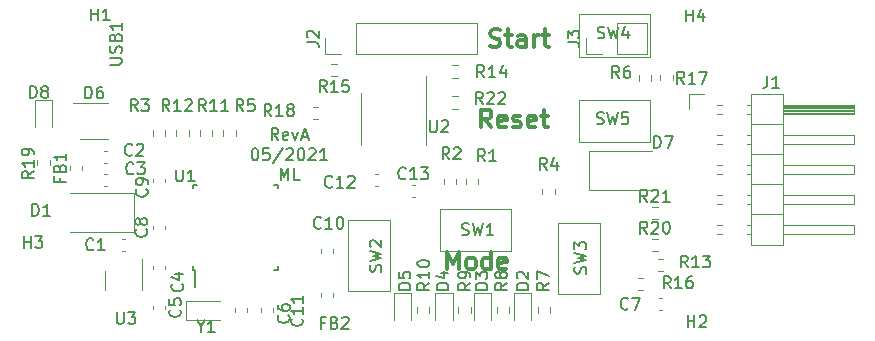
<source format=gbr>
G04 #@! TF.GenerationSoftware,KiCad,Pcbnew,(5.1.6-dirty)*
G04 #@! TF.CreationDate,2021-05-02T11:55:31+02:00*
G04 #@! TF.ProjectId,reva,72657661-2e6b-4696-9361-645f70636258,rev?*
G04 #@! TF.SameCoordinates,Original*
G04 #@! TF.FileFunction,Legend,Top*
G04 #@! TF.FilePolarity,Positive*
%FSLAX46Y46*%
G04 Gerber Fmt 4.6, Leading zero omitted, Abs format (unit mm)*
G04 Created by KiCad (PCBNEW (5.1.6-dirty)) date 2021-05-02 11:55:31*
%MOMM*%
%LPD*%
G01*
G04 APERTURE LIST*
%ADD10C,0.300000*%
%ADD11C,0.200000*%
%ADD12C,0.120000*%
%ADD13C,0.150000*%
G04 APERTURE END LIST*
D10*
X159400000Y-98553571D02*
X159400000Y-97053571D01*
X159900000Y-98125000D01*
X160400000Y-97053571D01*
X160400000Y-98553571D01*
X161328571Y-98553571D02*
X161185714Y-98482142D01*
X161114285Y-98410714D01*
X161042857Y-98267857D01*
X161042857Y-97839285D01*
X161114285Y-97696428D01*
X161185714Y-97625000D01*
X161328571Y-97553571D01*
X161542857Y-97553571D01*
X161685714Y-97625000D01*
X161757142Y-97696428D01*
X161828571Y-97839285D01*
X161828571Y-98267857D01*
X161757142Y-98410714D01*
X161685714Y-98482142D01*
X161542857Y-98553571D01*
X161328571Y-98553571D01*
X163114285Y-98553571D02*
X163114285Y-97053571D01*
X163114285Y-98482142D02*
X162971428Y-98553571D01*
X162685714Y-98553571D01*
X162542857Y-98482142D01*
X162471428Y-98410714D01*
X162400000Y-98267857D01*
X162400000Y-97839285D01*
X162471428Y-97696428D01*
X162542857Y-97625000D01*
X162685714Y-97553571D01*
X162971428Y-97553571D01*
X163114285Y-97625000D01*
X164400000Y-98482142D02*
X164257142Y-98553571D01*
X163971428Y-98553571D01*
X163828571Y-98482142D01*
X163757142Y-98339285D01*
X163757142Y-97767857D01*
X163828571Y-97625000D01*
X163971428Y-97553571D01*
X164257142Y-97553571D01*
X164400000Y-97625000D01*
X164471428Y-97767857D01*
X164471428Y-97910714D01*
X163757142Y-98053571D01*
X163167857Y-86528571D02*
X162667857Y-85814285D01*
X162310714Y-86528571D02*
X162310714Y-85028571D01*
X162882142Y-85028571D01*
X163025000Y-85100000D01*
X163096428Y-85171428D01*
X163167857Y-85314285D01*
X163167857Y-85528571D01*
X163096428Y-85671428D01*
X163025000Y-85742857D01*
X162882142Y-85814285D01*
X162310714Y-85814285D01*
X164382142Y-86457142D02*
X164239285Y-86528571D01*
X163953571Y-86528571D01*
X163810714Y-86457142D01*
X163739285Y-86314285D01*
X163739285Y-85742857D01*
X163810714Y-85600000D01*
X163953571Y-85528571D01*
X164239285Y-85528571D01*
X164382142Y-85600000D01*
X164453571Y-85742857D01*
X164453571Y-85885714D01*
X163739285Y-86028571D01*
X165025000Y-86457142D02*
X165167857Y-86528571D01*
X165453571Y-86528571D01*
X165596428Y-86457142D01*
X165667857Y-86314285D01*
X165667857Y-86242857D01*
X165596428Y-86100000D01*
X165453571Y-86028571D01*
X165239285Y-86028571D01*
X165096428Y-85957142D01*
X165025000Y-85814285D01*
X165025000Y-85742857D01*
X165096428Y-85600000D01*
X165239285Y-85528571D01*
X165453571Y-85528571D01*
X165596428Y-85600000D01*
X166882142Y-86457142D02*
X166739285Y-86528571D01*
X166453571Y-86528571D01*
X166310714Y-86457142D01*
X166239285Y-86314285D01*
X166239285Y-85742857D01*
X166310714Y-85600000D01*
X166453571Y-85528571D01*
X166739285Y-85528571D01*
X166882142Y-85600000D01*
X166953571Y-85742857D01*
X166953571Y-85885714D01*
X166239285Y-86028571D01*
X167382142Y-85528571D02*
X167953571Y-85528571D01*
X167596428Y-85028571D02*
X167596428Y-86314285D01*
X167667857Y-86457142D01*
X167810714Y-86528571D01*
X167953571Y-86528571D01*
X163061428Y-79657142D02*
X163275714Y-79728571D01*
X163632857Y-79728571D01*
X163775714Y-79657142D01*
X163847142Y-79585714D01*
X163918571Y-79442857D01*
X163918571Y-79300000D01*
X163847142Y-79157142D01*
X163775714Y-79085714D01*
X163632857Y-79014285D01*
X163347142Y-78942857D01*
X163204285Y-78871428D01*
X163132857Y-78800000D01*
X163061428Y-78657142D01*
X163061428Y-78514285D01*
X163132857Y-78371428D01*
X163204285Y-78300000D01*
X163347142Y-78228571D01*
X163704285Y-78228571D01*
X163918571Y-78300000D01*
X164347142Y-78728571D02*
X164918571Y-78728571D01*
X164561428Y-78228571D02*
X164561428Y-79514285D01*
X164632857Y-79657142D01*
X164775714Y-79728571D01*
X164918571Y-79728571D01*
X166061428Y-79728571D02*
X166061428Y-78942857D01*
X165990000Y-78800000D01*
X165847142Y-78728571D01*
X165561428Y-78728571D01*
X165418571Y-78800000D01*
X166061428Y-79657142D02*
X165918571Y-79728571D01*
X165561428Y-79728571D01*
X165418571Y-79657142D01*
X165347142Y-79514285D01*
X165347142Y-79371428D01*
X165418571Y-79228571D01*
X165561428Y-79157142D01*
X165918571Y-79157142D01*
X166061428Y-79085714D01*
X166775714Y-79728571D02*
X166775714Y-78728571D01*
X166775714Y-79014285D02*
X166847142Y-78871428D01*
X166918571Y-78800000D01*
X167061428Y-78728571D01*
X167204285Y-78728571D01*
X167490000Y-78728571D02*
X168061428Y-78728571D01*
X167704285Y-78228571D02*
X167704285Y-79514285D01*
X167775714Y-79657142D01*
X167918571Y-79728571D01*
X168061428Y-79728571D01*
D11*
X145121428Y-87602380D02*
X144788095Y-87126190D01*
X144550000Y-87602380D02*
X144550000Y-86602380D01*
X144930952Y-86602380D01*
X145026190Y-86650000D01*
X145073809Y-86697619D01*
X145121428Y-86792857D01*
X145121428Y-86935714D01*
X145073809Y-87030952D01*
X145026190Y-87078571D01*
X144930952Y-87126190D01*
X144550000Y-87126190D01*
X145930952Y-87554761D02*
X145835714Y-87602380D01*
X145645238Y-87602380D01*
X145550000Y-87554761D01*
X145502380Y-87459523D01*
X145502380Y-87078571D01*
X145550000Y-86983333D01*
X145645238Y-86935714D01*
X145835714Y-86935714D01*
X145930952Y-86983333D01*
X145978571Y-87078571D01*
X145978571Y-87173809D01*
X145502380Y-87269047D01*
X146311904Y-86935714D02*
X146550000Y-87602380D01*
X146788095Y-86935714D01*
X147121428Y-87316666D02*
X147597619Y-87316666D01*
X147026190Y-87602380D02*
X147359523Y-86602380D01*
X147692857Y-87602380D01*
X143097619Y-88302380D02*
X143192857Y-88302380D01*
X143288095Y-88350000D01*
X143335714Y-88397619D01*
X143383333Y-88492857D01*
X143430952Y-88683333D01*
X143430952Y-88921428D01*
X143383333Y-89111904D01*
X143335714Y-89207142D01*
X143288095Y-89254761D01*
X143192857Y-89302380D01*
X143097619Y-89302380D01*
X143002380Y-89254761D01*
X142954761Y-89207142D01*
X142907142Y-89111904D01*
X142859523Y-88921428D01*
X142859523Y-88683333D01*
X142907142Y-88492857D01*
X142954761Y-88397619D01*
X143002380Y-88350000D01*
X143097619Y-88302380D01*
X144335714Y-88302380D02*
X143859523Y-88302380D01*
X143811904Y-88778571D01*
X143859523Y-88730952D01*
X143954761Y-88683333D01*
X144192857Y-88683333D01*
X144288095Y-88730952D01*
X144335714Y-88778571D01*
X144383333Y-88873809D01*
X144383333Y-89111904D01*
X144335714Y-89207142D01*
X144288095Y-89254761D01*
X144192857Y-89302380D01*
X143954761Y-89302380D01*
X143859523Y-89254761D01*
X143811904Y-89207142D01*
X145526190Y-88254761D02*
X144669047Y-89540476D01*
X145811904Y-88397619D02*
X145859523Y-88350000D01*
X145954761Y-88302380D01*
X146192857Y-88302380D01*
X146288095Y-88350000D01*
X146335714Y-88397619D01*
X146383333Y-88492857D01*
X146383333Y-88588095D01*
X146335714Y-88730952D01*
X145764285Y-89302380D01*
X146383333Y-89302380D01*
X147002380Y-88302380D02*
X147097619Y-88302380D01*
X147192857Y-88350000D01*
X147240476Y-88397619D01*
X147288095Y-88492857D01*
X147335714Y-88683333D01*
X147335714Y-88921428D01*
X147288095Y-89111904D01*
X147240476Y-89207142D01*
X147192857Y-89254761D01*
X147097619Y-89302380D01*
X147002380Y-89302380D01*
X146907142Y-89254761D01*
X146859523Y-89207142D01*
X146811904Y-89111904D01*
X146764285Y-88921428D01*
X146764285Y-88683333D01*
X146811904Y-88492857D01*
X146859523Y-88397619D01*
X146907142Y-88350000D01*
X147002380Y-88302380D01*
X147716666Y-88397619D02*
X147764285Y-88350000D01*
X147859523Y-88302380D01*
X148097619Y-88302380D01*
X148192857Y-88350000D01*
X148240476Y-88397619D01*
X148288095Y-88492857D01*
X148288095Y-88588095D01*
X148240476Y-88730952D01*
X147669047Y-89302380D01*
X148288095Y-89302380D01*
X149240476Y-89302380D02*
X148669047Y-89302380D01*
X148954761Y-89302380D02*
X148954761Y-88302380D01*
X148859523Y-88445238D01*
X148764285Y-88540476D01*
X148669047Y-88588095D01*
X145311904Y-91002380D02*
X145311904Y-90002380D01*
X145645238Y-90716666D01*
X145978571Y-90002380D01*
X145978571Y-91002380D01*
X146930952Y-91002380D02*
X146454761Y-91002380D01*
X146454761Y-90002380D01*
D12*
G04 #@! TO.C,J3*
X176370000Y-80330000D02*
X176370000Y-77670000D01*
X173770000Y-80330000D02*
X176370000Y-80330000D01*
X173770000Y-77670000D02*
X176370000Y-77670000D01*
X173770000Y-80330000D02*
X173770000Y-77670000D01*
X172500000Y-80330000D02*
X171170000Y-80330000D01*
X171170000Y-80330000D02*
X171170000Y-79000000D01*
G04 #@! TO.C,SW1*
X164800000Y-97000000D02*
X158800000Y-97000000D01*
X158800000Y-97000000D02*
X158800000Y-93400000D01*
X158800000Y-93400000D02*
X164800000Y-93400000D01*
X164800000Y-93400000D02*
X164800000Y-97000000D01*
G04 #@! TO.C,R22*
X159837742Y-83902500D02*
X160312258Y-83902500D01*
X159837742Y-84947500D02*
X160312258Y-84947500D01*
G04 #@! TO.C,J2*
X149090000Y-80330000D02*
X149090000Y-79000000D01*
X150420000Y-80330000D02*
X149090000Y-80330000D01*
X151690000Y-80330000D02*
X151690000Y-77670000D01*
X151690000Y-77670000D02*
X161910000Y-77670000D01*
X151690000Y-80330000D02*
X161910000Y-80330000D01*
X161910000Y-80330000D02*
X161910000Y-77670000D01*
G04 #@! TO.C,J1*
X185180000Y-83670000D02*
X185180000Y-96490000D01*
X185180000Y-96490000D02*
X187840000Y-96490000D01*
X187840000Y-96490000D02*
X187840000Y-83670000D01*
X187840000Y-83670000D02*
X185180000Y-83670000D01*
X187840000Y-84620000D02*
X193840000Y-84620000D01*
X193840000Y-84620000D02*
X193840000Y-85380000D01*
X193840000Y-85380000D02*
X187840000Y-85380000D01*
X187840000Y-84680000D02*
X193840000Y-84680000D01*
X187840000Y-84800000D02*
X193840000Y-84800000D01*
X187840000Y-84920000D02*
X193840000Y-84920000D01*
X187840000Y-85040000D02*
X193840000Y-85040000D01*
X187840000Y-85160000D02*
X193840000Y-85160000D01*
X187840000Y-85280000D02*
X193840000Y-85280000D01*
X184782929Y-84620000D02*
X185180000Y-84620000D01*
X184782929Y-85380000D02*
X185180000Y-85380000D01*
X182310000Y-84620000D02*
X182697071Y-84620000D01*
X182310000Y-85380000D02*
X182697071Y-85380000D01*
X185180000Y-86270000D02*
X187840000Y-86270000D01*
X187840000Y-87160000D02*
X193840000Y-87160000D01*
X193840000Y-87160000D02*
X193840000Y-87920000D01*
X193840000Y-87920000D02*
X187840000Y-87920000D01*
X184782929Y-87160000D02*
X185180000Y-87160000D01*
X184782929Y-87920000D02*
X185180000Y-87920000D01*
X182242929Y-87160000D02*
X182697071Y-87160000D01*
X182242929Y-87920000D02*
X182697071Y-87920000D01*
X185180000Y-88810000D02*
X187840000Y-88810000D01*
X187840000Y-89700000D02*
X193840000Y-89700000D01*
X193840000Y-89700000D02*
X193840000Y-90460000D01*
X193840000Y-90460000D02*
X187840000Y-90460000D01*
X184782929Y-89700000D02*
X185180000Y-89700000D01*
X184782929Y-90460000D02*
X185180000Y-90460000D01*
X182242929Y-89700000D02*
X182697071Y-89700000D01*
X182242929Y-90460000D02*
X182697071Y-90460000D01*
X185180000Y-91350000D02*
X187840000Y-91350000D01*
X187840000Y-92240000D02*
X193840000Y-92240000D01*
X193840000Y-92240000D02*
X193840000Y-93000000D01*
X193840000Y-93000000D02*
X187840000Y-93000000D01*
X184782929Y-92240000D02*
X185180000Y-92240000D01*
X184782929Y-93000000D02*
X185180000Y-93000000D01*
X182242929Y-92240000D02*
X182697071Y-92240000D01*
X182242929Y-93000000D02*
X182697071Y-93000000D01*
X185180000Y-93890000D02*
X187840000Y-93890000D01*
X187840000Y-94780000D02*
X193840000Y-94780000D01*
X193840000Y-94780000D02*
X193840000Y-95540000D01*
X193840000Y-95540000D02*
X187840000Y-95540000D01*
X184782929Y-94780000D02*
X185180000Y-94780000D01*
X184782929Y-95540000D02*
X185180000Y-95540000D01*
X182242929Y-94780000D02*
X182697071Y-94780000D01*
X182242929Y-95540000D02*
X182697071Y-95540000D01*
X179930000Y-85000000D02*
X179930000Y-83730000D01*
X179930000Y-83730000D02*
X181200000Y-83730000D01*
G04 #@! TO.C,SW5*
X170600000Y-84200000D02*
X176600000Y-84200000D01*
X176600000Y-84200000D02*
X176600000Y-87800000D01*
X176600000Y-87800000D02*
X170600000Y-87800000D01*
X170600000Y-87800000D02*
X170600000Y-84200000D01*
G04 #@! TO.C,SW4*
X170600000Y-76950000D02*
X176600000Y-76950000D01*
X176600000Y-76950000D02*
X176600000Y-80550000D01*
X176600000Y-80550000D02*
X170600000Y-80550000D01*
X170600000Y-80550000D02*
X170600000Y-76950000D01*
G04 #@! TO.C,SW3*
X168800000Y-100600000D02*
X168800000Y-94600000D01*
X168800000Y-94600000D02*
X172400000Y-94600000D01*
X172400000Y-94600000D02*
X172400000Y-100600000D01*
X172400000Y-100600000D02*
X168800000Y-100600000D01*
G04 #@! TO.C,SW2*
X151000000Y-100400000D02*
X151000000Y-94400000D01*
X151000000Y-94400000D02*
X154600000Y-94400000D01*
X154600000Y-94400000D02*
X154600000Y-100400000D01*
X154600000Y-100400000D02*
X151000000Y-100400000D01*
G04 #@! TO.C,R21*
X176762742Y-93277500D02*
X177237258Y-93277500D01*
X176762742Y-94322500D02*
X177237258Y-94322500D01*
G04 #@! TO.C,R20*
X176762742Y-95977500D02*
X177237258Y-95977500D01*
X176762742Y-97022500D02*
X177237258Y-97022500D01*
G04 #@! TO.C,R19*
X125772500Y-89262742D02*
X125772500Y-89737258D01*
X124727500Y-89262742D02*
X124727500Y-89737258D01*
G04 #@! TO.C,R18*
X148037742Y-84802500D02*
X148512258Y-84802500D01*
X148037742Y-85847500D02*
X148512258Y-85847500D01*
G04 #@! TO.C,R17*
X177477500Y-82537258D02*
X177477500Y-82062742D01*
X178522500Y-82537258D02*
X178522500Y-82062742D01*
G04 #@! TO.C,R16*
X175562742Y-99277500D02*
X176037258Y-99277500D01*
X175562742Y-100322500D02*
X176037258Y-100322500D01*
G04 #@! TO.C,R15*
X150087258Y-82172500D02*
X149612742Y-82172500D01*
X150087258Y-81127500D02*
X149612742Y-81127500D01*
G04 #@! TO.C,R14*
X159862742Y-81277500D02*
X160337258Y-81277500D01*
X159862742Y-82322500D02*
X160337258Y-82322500D01*
G04 #@! TO.C,R13*
X177262742Y-97677500D02*
X177737258Y-97677500D01*
X177262742Y-98722500D02*
X177737258Y-98722500D01*
G04 #@! TO.C,R12*
X136477500Y-87237258D02*
X136477500Y-86762742D01*
X137522500Y-87237258D02*
X137522500Y-86762742D01*
G04 #@! TO.C,R11*
X138477500Y-87237258D02*
X138477500Y-86762742D01*
X139522500Y-87237258D02*
X139522500Y-86762742D01*
G04 #@! TO.C,R10*
X156877500Y-102237258D02*
X156877500Y-101762742D01*
X157922500Y-102237258D02*
X157922500Y-101762742D01*
G04 #@! TO.C,R9*
X160377500Y-102237258D02*
X160377500Y-101762742D01*
X161422500Y-102237258D02*
X161422500Y-101762742D01*
G04 #@! TO.C,R8*
X163627500Y-102237258D02*
X163627500Y-101762742D01*
X164672500Y-102237258D02*
X164672500Y-101762742D01*
G04 #@! TO.C,R7*
X167077500Y-102237258D02*
X167077500Y-101762742D01*
X168122500Y-102237258D02*
X168122500Y-101762742D01*
G04 #@! TO.C,R6*
X175677500Y-82562258D02*
X175677500Y-82087742D01*
X176722500Y-82562258D02*
X176722500Y-82087742D01*
G04 #@! TO.C,R5*
X141522500Y-86762742D02*
X141522500Y-87237258D01*
X140477500Y-86762742D02*
X140477500Y-87237258D01*
G04 #@! TO.C,R4*
X168522500Y-91737742D02*
X168522500Y-92212258D01*
X167477500Y-91737742D02*
X167477500Y-92212258D01*
G04 #@! TO.C,R3*
X135522500Y-86762742D02*
X135522500Y-87237258D01*
X134477500Y-86762742D02*
X134477500Y-87237258D01*
G04 #@! TO.C,R2*
X160172500Y-90862742D02*
X160172500Y-91337258D01*
X159127500Y-90862742D02*
X159127500Y-91337258D01*
G04 #@! TO.C,R1*
X162072500Y-90862742D02*
X162072500Y-91337258D01*
X161027500Y-90862742D02*
X161027500Y-91337258D01*
G04 #@! TO.C,FB2*
X148740000Y-100912779D02*
X148740000Y-100587221D01*
X149760000Y-100912779D02*
X149760000Y-100587221D01*
G04 #@! TO.C,FB1*
X127490000Y-90162779D02*
X127490000Y-89837221D01*
X128510000Y-90162779D02*
X128510000Y-89837221D01*
G04 #@! TO.C,D8*
X125985000Y-86512500D02*
X125985000Y-84227500D01*
X125985000Y-84227500D02*
X124515000Y-84227500D01*
X124515000Y-84227500D02*
X124515000Y-86512500D01*
G04 #@! TO.C,D7*
X171400000Y-88550000D02*
X171400000Y-91850000D01*
X171400000Y-91850000D02*
X176800000Y-91850000D01*
X171400000Y-88550000D02*
X176800000Y-88550000D01*
G04 #@! TO.C,D6*
X128300000Y-87550000D02*
X130700000Y-87550000D01*
X130700000Y-84450000D02*
X127750000Y-84450000D01*
G04 #@! TO.C,D5*
X156385000Y-102800000D02*
X156385000Y-100515000D01*
X156385000Y-100515000D02*
X154915000Y-100515000D01*
X154915000Y-100515000D02*
X154915000Y-102800000D01*
G04 #@! TO.C,D4*
X159885000Y-102800000D02*
X159885000Y-100515000D01*
X159885000Y-100515000D02*
X158415000Y-100515000D01*
X158415000Y-100515000D02*
X158415000Y-102800000D01*
G04 #@! TO.C,D3*
X163135000Y-102800000D02*
X163135000Y-100515000D01*
X163135000Y-100515000D02*
X161665000Y-100515000D01*
X161665000Y-100515000D02*
X161665000Y-102800000D01*
G04 #@! TO.C,D2*
X166535000Y-102800000D02*
X166535000Y-100515000D01*
X166535000Y-100515000D02*
X165065000Y-100515000D01*
X165065000Y-100515000D02*
X165065000Y-102800000D01*
G04 #@! TO.C,D1*
X132900000Y-95400000D02*
X132900000Y-92100000D01*
X132900000Y-92100000D02*
X127500000Y-92100000D01*
X132900000Y-95400000D02*
X127500000Y-95400000D01*
G04 #@! TO.C,C13*
X156409420Y-91390000D02*
X156690580Y-91390000D01*
X156409420Y-92410000D02*
X156690580Y-92410000D01*
G04 #@! TO.C,C12*
X153309420Y-90515000D02*
X153590580Y-90515000D01*
X153309420Y-91535000D02*
X153590580Y-91535000D01*
G04 #@! TO.C,C11*
X144710000Y-101859420D02*
X144710000Y-102140580D01*
X143690000Y-101859420D02*
X143690000Y-102140580D01*
G04 #@! TO.C,C10*
X148740000Y-97140580D02*
X148740000Y-96859420D01*
X149760000Y-97140580D02*
X149760000Y-96859420D01*
G04 #@! TO.C,C9*
X134490000Y-91140580D02*
X134490000Y-90859420D01*
X135510000Y-91140580D02*
X135510000Y-90859420D01*
G04 #@! TO.C,C8*
X134490000Y-95140580D02*
X134490000Y-94859420D01*
X135510000Y-95140580D02*
X135510000Y-94859420D01*
G04 #@! TO.C,C7*
X177359420Y-100990000D02*
X177640580Y-100990000D01*
X177359420Y-102010000D02*
X177640580Y-102010000D01*
G04 #@! TO.C,C6*
X142510000Y-101859420D02*
X142510000Y-102140580D01*
X141490000Y-101859420D02*
X141490000Y-102140580D01*
G04 #@! TO.C,C5*
X135510000Y-101659420D02*
X135510000Y-101940580D01*
X134490000Y-101659420D02*
X134490000Y-101940580D01*
G04 #@! TO.C,C4*
X134490000Y-98515580D02*
X134490000Y-98234420D01*
X135510000Y-98515580D02*
X135510000Y-98234420D01*
G04 #@! TO.C,C3*
X130359420Y-90490000D02*
X130640580Y-90490000D01*
X130359420Y-91510000D02*
X130640580Y-91510000D01*
G04 #@! TO.C,C2*
X130359420Y-88490000D02*
X130640580Y-88490000D01*
X130359420Y-89510000D02*
X130640580Y-89510000D01*
G04 #@! TO.C,C1*
X131859420Y-95990000D02*
X132140580Y-95990000D01*
X131859420Y-97010000D02*
X132140580Y-97010000D01*
G04 #@! TO.C,Y1*
X137350000Y-102800000D02*
X140200000Y-102800000D01*
X137350000Y-101200000D02*
X137350000Y-102800000D01*
X140200000Y-101200000D02*
X137350000Y-101200000D01*
G04 #@! TO.C,U3*
X133560000Y-99500000D02*
X133560000Y-97700000D01*
X133560000Y-99500000D02*
X133560000Y-100300000D01*
X130440000Y-99500000D02*
X130440000Y-98700000D01*
X130440000Y-99500000D02*
X130440000Y-100300000D01*
G04 #@! TO.C,U2*
X157610000Y-85850000D02*
X157610000Y-82200000D01*
X157610000Y-85850000D02*
X157610000Y-88050000D01*
X152090000Y-85850000D02*
X152090000Y-83650000D01*
X152090000Y-85850000D02*
X152090000Y-88050000D01*
D13*
G04 #@! TO.C,U1*
X138100000Y-98625000D02*
X138100000Y-100050000D01*
X137875000Y-91375000D02*
X137875000Y-91700000D01*
X145125000Y-91375000D02*
X145125000Y-91700000D01*
X145125000Y-98625000D02*
X145125000Y-98300000D01*
X137875000Y-98625000D02*
X137875000Y-98300000D01*
X145125000Y-98625000D02*
X144800000Y-98625000D01*
X145125000Y-91375000D02*
X144800000Y-91375000D01*
X137875000Y-91375000D02*
X138200000Y-91375000D01*
X137875000Y-98625000D02*
X138100000Y-98625000D01*
G04 #@! TO.C,J3*
X169622380Y-79333333D02*
X170336666Y-79333333D01*
X170479523Y-79380952D01*
X170574761Y-79476190D01*
X170622380Y-79619047D01*
X170622380Y-79714285D01*
X169622380Y-78952380D02*
X169622380Y-78333333D01*
X170003333Y-78666666D01*
X170003333Y-78523809D01*
X170050952Y-78428571D01*
X170098571Y-78380952D01*
X170193809Y-78333333D01*
X170431904Y-78333333D01*
X170527142Y-78380952D01*
X170574761Y-78428571D01*
X170622380Y-78523809D01*
X170622380Y-78809523D01*
X170574761Y-78904761D01*
X170527142Y-78952380D01*
G04 #@! TO.C,H4*
X179638095Y-77552380D02*
X179638095Y-76552380D01*
X179638095Y-77028571D02*
X180209523Y-77028571D01*
X180209523Y-77552380D02*
X180209523Y-76552380D01*
X181114285Y-76885714D02*
X181114285Y-77552380D01*
X180876190Y-76504761D02*
X180638095Y-77219047D01*
X181257142Y-77219047D01*
G04 #@! TO.C,H3*
X123588095Y-96727380D02*
X123588095Y-95727380D01*
X123588095Y-96203571D02*
X124159523Y-96203571D01*
X124159523Y-96727380D02*
X124159523Y-95727380D01*
X124540476Y-95727380D02*
X125159523Y-95727380D01*
X124826190Y-96108333D01*
X124969047Y-96108333D01*
X125064285Y-96155952D01*
X125111904Y-96203571D01*
X125159523Y-96298809D01*
X125159523Y-96536904D01*
X125111904Y-96632142D01*
X125064285Y-96679761D01*
X124969047Y-96727380D01*
X124683333Y-96727380D01*
X124588095Y-96679761D01*
X124540476Y-96632142D01*
G04 #@! TO.C,H2*
X179788095Y-103452380D02*
X179788095Y-102452380D01*
X179788095Y-102928571D02*
X180359523Y-102928571D01*
X180359523Y-103452380D02*
X180359523Y-102452380D01*
X180788095Y-102547619D02*
X180835714Y-102500000D01*
X180930952Y-102452380D01*
X181169047Y-102452380D01*
X181264285Y-102500000D01*
X181311904Y-102547619D01*
X181359523Y-102642857D01*
X181359523Y-102738095D01*
X181311904Y-102880952D01*
X180740476Y-103452380D01*
X181359523Y-103452380D01*
G04 #@! TO.C,H1*
X129263095Y-77477380D02*
X129263095Y-76477380D01*
X129263095Y-76953571D02*
X129834523Y-76953571D01*
X129834523Y-77477380D02*
X129834523Y-76477380D01*
X130834523Y-77477380D02*
X130263095Y-77477380D01*
X130548809Y-77477380D02*
X130548809Y-76477380D01*
X130453571Y-76620238D01*
X130358333Y-76715476D01*
X130263095Y-76763095D01*
G04 #@! TO.C,SW1*
X160666666Y-95604761D02*
X160809523Y-95652380D01*
X161047619Y-95652380D01*
X161142857Y-95604761D01*
X161190476Y-95557142D01*
X161238095Y-95461904D01*
X161238095Y-95366666D01*
X161190476Y-95271428D01*
X161142857Y-95223809D01*
X161047619Y-95176190D01*
X160857142Y-95128571D01*
X160761904Y-95080952D01*
X160714285Y-95033333D01*
X160666666Y-94938095D01*
X160666666Y-94842857D01*
X160714285Y-94747619D01*
X160761904Y-94700000D01*
X160857142Y-94652380D01*
X161095238Y-94652380D01*
X161238095Y-94700000D01*
X161571428Y-94652380D02*
X161809523Y-95652380D01*
X162000000Y-94938095D01*
X162190476Y-95652380D01*
X162428571Y-94652380D01*
X163333333Y-95652380D02*
X162761904Y-95652380D01*
X163047619Y-95652380D02*
X163047619Y-94652380D01*
X162952380Y-94795238D01*
X162857142Y-94890476D01*
X162761904Y-94938095D01*
G04 #@! TO.C,R22*
X162432142Y-84552380D02*
X162098809Y-84076190D01*
X161860714Y-84552380D02*
X161860714Y-83552380D01*
X162241666Y-83552380D01*
X162336904Y-83600000D01*
X162384523Y-83647619D01*
X162432142Y-83742857D01*
X162432142Y-83885714D01*
X162384523Y-83980952D01*
X162336904Y-84028571D01*
X162241666Y-84076190D01*
X161860714Y-84076190D01*
X162813095Y-83647619D02*
X162860714Y-83600000D01*
X162955952Y-83552380D01*
X163194047Y-83552380D01*
X163289285Y-83600000D01*
X163336904Y-83647619D01*
X163384523Y-83742857D01*
X163384523Y-83838095D01*
X163336904Y-83980952D01*
X162765476Y-84552380D01*
X163384523Y-84552380D01*
X163765476Y-83647619D02*
X163813095Y-83600000D01*
X163908333Y-83552380D01*
X164146428Y-83552380D01*
X164241666Y-83600000D01*
X164289285Y-83647619D01*
X164336904Y-83742857D01*
X164336904Y-83838095D01*
X164289285Y-83980952D01*
X163717857Y-84552380D01*
X164336904Y-84552380D01*
G04 #@! TO.C,J2*
X147542380Y-79333333D02*
X148256666Y-79333333D01*
X148399523Y-79380952D01*
X148494761Y-79476190D01*
X148542380Y-79619047D01*
X148542380Y-79714285D01*
X147637619Y-78904761D02*
X147590000Y-78857142D01*
X147542380Y-78761904D01*
X147542380Y-78523809D01*
X147590000Y-78428571D01*
X147637619Y-78380952D01*
X147732857Y-78333333D01*
X147828095Y-78333333D01*
X147970952Y-78380952D01*
X148542380Y-78952380D01*
X148542380Y-78333333D01*
G04 #@! TO.C,J1*
X186521666Y-82182380D02*
X186521666Y-82896666D01*
X186474047Y-83039523D01*
X186378809Y-83134761D01*
X186235952Y-83182380D01*
X186140714Y-83182380D01*
X187521666Y-83182380D02*
X186950238Y-83182380D01*
X187235952Y-83182380D02*
X187235952Y-82182380D01*
X187140714Y-82325238D01*
X187045476Y-82420476D01*
X186950238Y-82468095D01*
G04 #@! TO.C,SW5*
X172091666Y-86204761D02*
X172234523Y-86252380D01*
X172472619Y-86252380D01*
X172567857Y-86204761D01*
X172615476Y-86157142D01*
X172663095Y-86061904D01*
X172663095Y-85966666D01*
X172615476Y-85871428D01*
X172567857Y-85823809D01*
X172472619Y-85776190D01*
X172282142Y-85728571D01*
X172186904Y-85680952D01*
X172139285Y-85633333D01*
X172091666Y-85538095D01*
X172091666Y-85442857D01*
X172139285Y-85347619D01*
X172186904Y-85300000D01*
X172282142Y-85252380D01*
X172520238Y-85252380D01*
X172663095Y-85300000D01*
X172996428Y-85252380D02*
X173234523Y-86252380D01*
X173425000Y-85538095D01*
X173615476Y-86252380D01*
X173853571Y-85252380D01*
X174710714Y-85252380D02*
X174234523Y-85252380D01*
X174186904Y-85728571D01*
X174234523Y-85680952D01*
X174329761Y-85633333D01*
X174567857Y-85633333D01*
X174663095Y-85680952D01*
X174710714Y-85728571D01*
X174758333Y-85823809D01*
X174758333Y-86061904D01*
X174710714Y-86157142D01*
X174663095Y-86204761D01*
X174567857Y-86252380D01*
X174329761Y-86252380D01*
X174234523Y-86204761D01*
X174186904Y-86157142D01*
G04 #@! TO.C,SW4*
X172166666Y-78954761D02*
X172309523Y-79002380D01*
X172547619Y-79002380D01*
X172642857Y-78954761D01*
X172690476Y-78907142D01*
X172738095Y-78811904D01*
X172738095Y-78716666D01*
X172690476Y-78621428D01*
X172642857Y-78573809D01*
X172547619Y-78526190D01*
X172357142Y-78478571D01*
X172261904Y-78430952D01*
X172214285Y-78383333D01*
X172166666Y-78288095D01*
X172166666Y-78192857D01*
X172214285Y-78097619D01*
X172261904Y-78050000D01*
X172357142Y-78002380D01*
X172595238Y-78002380D01*
X172738095Y-78050000D01*
X173071428Y-78002380D02*
X173309523Y-79002380D01*
X173500000Y-78288095D01*
X173690476Y-79002380D01*
X173928571Y-78002380D01*
X174738095Y-78335714D02*
X174738095Y-79002380D01*
X174500000Y-77954761D02*
X174261904Y-78669047D01*
X174880952Y-78669047D01*
G04 #@! TO.C,SW3*
X171154761Y-98908333D02*
X171202380Y-98765476D01*
X171202380Y-98527380D01*
X171154761Y-98432142D01*
X171107142Y-98384523D01*
X171011904Y-98336904D01*
X170916666Y-98336904D01*
X170821428Y-98384523D01*
X170773809Y-98432142D01*
X170726190Y-98527380D01*
X170678571Y-98717857D01*
X170630952Y-98813095D01*
X170583333Y-98860714D01*
X170488095Y-98908333D01*
X170392857Y-98908333D01*
X170297619Y-98860714D01*
X170250000Y-98813095D01*
X170202380Y-98717857D01*
X170202380Y-98479761D01*
X170250000Y-98336904D01*
X170202380Y-98003571D02*
X171202380Y-97765476D01*
X170488095Y-97575000D01*
X171202380Y-97384523D01*
X170202380Y-97146428D01*
X170202380Y-96860714D02*
X170202380Y-96241666D01*
X170583333Y-96575000D01*
X170583333Y-96432142D01*
X170630952Y-96336904D01*
X170678571Y-96289285D01*
X170773809Y-96241666D01*
X171011904Y-96241666D01*
X171107142Y-96289285D01*
X171154761Y-96336904D01*
X171202380Y-96432142D01*
X171202380Y-96717857D01*
X171154761Y-96813095D01*
X171107142Y-96860714D01*
G04 #@! TO.C,SW2*
X153804761Y-98733333D02*
X153852380Y-98590476D01*
X153852380Y-98352380D01*
X153804761Y-98257142D01*
X153757142Y-98209523D01*
X153661904Y-98161904D01*
X153566666Y-98161904D01*
X153471428Y-98209523D01*
X153423809Y-98257142D01*
X153376190Y-98352380D01*
X153328571Y-98542857D01*
X153280952Y-98638095D01*
X153233333Y-98685714D01*
X153138095Y-98733333D01*
X153042857Y-98733333D01*
X152947619Y-98685714D01*
X152900000Y-98638095D01*
X152852380Y-98542857D01*
X152852380Y-98304761D01*
X152900000Y-98161904D01*
X152852380Y-97828571D02*
X153852380Y-97590476D01*
X153138095Y-97400000D01*
X153852380Y-97209523D01*
X152852380Y-96971428D01*
X152947619Y-96638095D02*
X152900000Y-96590476D01*
X152852380Y-96495238D01*
X152852380Y-96257142D01*
X152900000Y-96161904D01*
X152947619Y-96114285D01*
X153042857Y-96066666D01*
X153138095Y-96066666D01*
X153280952Y-96114285D01*
X153852380Y-96685714D01*
X153852380Y-96066666D01*
G04 #@! TO.C,R21*
X176357142Y-92822380D02*
X176023809Y-92346190D01*
X175785714Y-92822380D02*
X175785714Y-91822380D01*
X176166666Y-91822380D01*
X176261904Y-91870000D01*
X176309523Y-91917619D01*
X176357142Y-92012857D01*
X176357142Y-92155714D01*
X176309523Y-92250952D01*
X176261904Y-92298571D01*
X176166666Y-92346190D01*
X175785714Y-92346190D01*
X176738095Y-91917619D02*
X176785714Y-91870000D01*
X176880952Y-91822380D01*
X177119047Y-91822380D01*
X177214285Y-91870000D01*
X177261904Y-91917619D01*
X177309523Y-92012857D01*
X177309523Y-92108095D01*
X177261904Y-92250952D01*
X176690476Y-92822380D01*
X177309523Y-92822380D01*
X178261904Y-92822380D02*
X177690476Y-92822380D01*
X177976190Y-92822380D02*
X177976190Y-91822380D01*
X177880952Y-91965238D01*
X177785714Y-92060476D01*
X177690476Y-92108095D01*
G04 #@! TO.C,R20*
X176357142Y-95522380D02*
X176023809Y-95046190D01*
X175785714Y-95522380D02*
X175785714Y-94522380D01*
X176166666Y-94522380D01*
X176261904Y-94570000D01*
X176309523Y-94617619D01*
X176357142Y-94712857D01*
X176357142Y-94855714D01*
X176309523Y-94950952D01*
X176261904Y-94998571D01*
X176166666Y-95046190D01*
X175785714Y-95046190D01*
X176738095Y-94617619D02*
X176785714Y-94570000D01*
X176880952Y-94522380D01*
X177119047Y-94522380D01*
X177214285Y-94570000D01*
X177261904Y-94617619D01*
X177309523Y-94712857D01*
X177309523Y-94808095D01*
X177261904Y-94950952D01*
X176690476Y-95522380D01*
X177309523Y-95522380D01*
X177928571Y-94522380D02*
X178023809Y-94522380D01*
X178119047Y-94570000D01*
X178166666Y-94617619D01*
X178214285Y-94712857D01*
X178261904Y-94903333D01*
X178261904Y-95141428D01*
X178214285Y-95331904D01*
X178166666Y-95427142D01*
X178119047Y-95474761D01*
X178023809Y-95522380D01*
X177928571Y-95522380D01*
X177833333Y-95474761D01*
X177785714Y-95427142D01*
X177738095Y-95331904D01*
X177690476Y-95141428D01*
X177690476Y-94903333D01*
X177738095Y-94712857D01*
X177785714Y-94617619D01*
X177833333Y-94570000D01*
X177928571Y-94522380D01*
G04 #@! TO.C,R19*
X124402380Y-90242857D02*
X123926190Y-90576190D01*
X124402380Y-90814285D02*
X123402380Y-90814285D01*
X123402380Y-90433333D01*
X123450000Y-90338095D01*
X123497619Y-90290476D01*
X123592857Y-90242857D01*
X123735714Y-90242857D01*
X123830952Y-90290476D01*
X123878571Y-90338095D01*
X123926190Y-90433333D01*
X123926190Y-90814285D01*
X124402380Y-89290476D02*
X124402380Y-89861904D01*
X124402380Y-89576190D02*
X123402380Y-89576190D01*
X123545238Y-89671428D01*
X123640476Y-89766666D01*
X123688095Y-89861904D01*
X124402380Y-88814285D02*
X124402380Y-88623809D01*
X124354761Y-88528571D01*
X124307142Y-88480952D01*
X124164285Y-88385714D01*
X123973809Y-88338095D01*
X123592857Y-88338095D01*
X123497619Y-88385714D01*
X123450000Y-88433333D01*
X123402380Y-88528571D01*
X123402380Y-88719047D01*
X123450000Y-88814285D01*
X123497619Y-88861904D01*
X123592857Y-88909523D01*
X123830952Y-88909523D01*
X123926190Y-88861904D01*
X123973809Y-88814285D01*
X124021428Y-88719047D01*
X124021428Y-88528571D01*
X123973809Y-88433333D01*
X123926190Y-88385714D01*
X123830952Y-88338095D01*
G04 #@! TO.C,R18*
X144532142Y-85577380D02*
X144198809Y-85101190D01*
X143960714Y-85577380D02*
X143960714Y-84577380D01*
X144341666Y-84577380D01*
X144436904Y-84625000D01*
X144484523Y-84672619D01*
X144532142Y-84767857D01*
X144532142Y-84910714D01*
X144484523Y-85005952D01*
X144436904Y-85053571D01*
X144341666Y-85101190D01*
X143960714Y-85101190D01*
X145484523Y-85577380D02*
X144913095Y-85577380D01*
X145198809Y-85577380D02*
X145198809Y-84577380D01*
X145103571Y-84720238D01*
X145008333Y-84815476D01*
X144913095Y-84863095D01*
X146055952Y-85005952D02*
X145960714Y-84958333D01*
X145913095Y-84910714D01*
X145865476Y-84815476D01*
X145865476Y-84767857D01*
X145913095Y-84672619D01*
X145960714Y-84625000D01*
X146055952Y-84577380D01*
X146246428Y-84577380D01*
X146341666Y-84625000D01*
X146389285Y-84672619D01*
X146436904Y-84767857D01*
X146436904Y-84815476D01*
X146389285Y-84910714D01*
X146341666Y-84958333D01*
X146246428Y-85005952D01*
X146055952Y-85005952D01*
X145960714Y-85053571D01*
X145913095Y-85101190D01*
X145865476Y-85196428D01*
X145865476Y-85386904D01*
X145913095Y-85482142D01*
X145960714Y-85529761D01*
X146055952Y-85577380D01*
X146246428Y-85577380D01*
X146341666Y-85529761D01*
X146389285Y-85482142D01*
X146436904Y-85386904D01*
X146436904Y-85196428D01*
X146389285Y-85101190D01*
X146341666Y-85053571D01*
X146246428Y-85005952D01*
G04 #@! TO.C,R17*
X179482142Y-82827380D02*
X179148809Y-82351190D01*
X178910714Y-82827380D02*
X178910714Y-81827380D01*
X179291666Y-81827380D01*
X179386904Y-81875000D01*
X179434523Y-81922619D01*
X179482142Y-82017857D01*
X179482142Y-82160714D01*
X179434523Y-82255952D01*
X179386904Y-82303571D01*
X179291666Y-82351190D01*
X178910714Y-82351190D01*
X180434523Y-82827380D02*
X179863095Y-82827380D01*
X180148809Y-82827380D02*
X180148809Y-81827380D01*
X180053571Y-81970238D01*
X179958333Y-82065476D01*
X179863095Y-82113095D01*
X180767857Y-81827380D02*
X181434523Y-81827380D01*
X181005952Y-82827380D01*
G04 #@! TO.C,R16*
X178332142Y-100152380D02*
X177998809Y-99676190D01*
X177760714Y-100152380D02*
X177760714Y-99152380D01*
X178141666Y-99152380D01*
X178236904Y-99200000D01*
X178284523Y-99247619D01*
X178332142Y-99342857D01*
X178332142Y-99485714D01*
X178284523Y-99580952D01*
X178236904Y-99628571D01*
X178141666Y-99676190D01*
X177760714Y-99676190D01*
X179284523Y-100152380D02*
X178713095Y-100152380D01*
X178998809Y-100152380D02*
X178998809Y-99152380D01*
X178903571Y-99295238D01*
X178808333Y-99390476D01*
X178713095Y-99438095D01*
X180141666Y-99152380D02*
X179951190Y-99152380D01*
X179855952Y-99200000D01*
X179808333Y-99247619D01*
X179713095Y-99390476D01*
X179665476Y-99580952D01*
X179665476Y-99961904D01*
X179713095Y-100057142D01*
X179760714Y-100104761D01*
X179855952Y-100152380D01*
X180046428Y-100152380D01*
X180141666Y-100104761D01*
X180189285Y-100057142D01*
X180236904Y-99961904D01*
X180236904Y-99723809D01*
X180189285Y-99628571D01*
X180141666Y-99580952D01*
X180046428Y-99533333D01*
X179855952Y-99533333D01*
X179760714Y-99580952D01*
X179713095Y-99628571D01*
X179665476Y-99723809D01*
G04 #@! TO.C,R15*
X149207142Y-83532380D02*
X148873809Y-83056190D01*
X148635714Y-83532380D02*
X148635714Y-82532380D01*
X149016666Y-82532380D01*
X149111904Y-82580000D01*
X149159523Y-82627619D01*
X149207142Y-82722857D01*
X149207142Y-82865714D01*
X149159523Y-82960952D01*
X149111904Y-83008571D01*
X149016666Y-83056190D01*
X148635714Y-83056190D01*
X150159523Y-83532380D02*
X149588095Y-83532380D01*
X149873809Y-83532380D02*
X149873809Y-82532380D01*
X149778571Y-82675238D01*
X149683333Y-82770476D01*
X149588095Y-82818095D01*
X151064285Y-82532380D02*
X150588095Y-82532380D01*
X150540476Y-83008571D01*
X150588095Y-82960952D01*
X150683333Y-82913333D01*
X150921428Y-82913333D01*
X151016666Y-82960952D01*
X151064285Y-83008571D01*
X151111904Y-83103809D01*
X151111904Y-83341904D01*
X151064285Y-83437142D01*
X151016666Y-83484761D01*
X150921428Y-83532380D01*
X150683333Y-83532380D01*
X150588095Y-83484761D01*
X150540476Y-83437142D01*
G04 #@! TO.C,R14*
X162557142Y-82277380D02*
X162223809Y-81801190D01*
X161985714Y-82277380D02*
X161985714Y-81277380D01*
X162366666Y-81277380D01*
X162461904Y-81325000D01*
X162509523Y-81372619D01*
X162557142Y-81467857D01*
X162557142Y-81610714D01*
X162509523Y-81705952D01*
X162461904Y-81753571D01*
X162366666Y-81801190D01*
X161985714Y-81801190D01*
X163509523Y-82277380D02*
X162938095Y-82277380D01*
X163223809Y-82277380D02*
X163223809Y-81277380D01*
X163128571Y-81420238D01*
X163033333Y-81515476D01*
X162938095Y-81563095D01*
X164366666Y-81610714D02*
X164366666Y-82277380D01*
X164128571Y-81229761D02*
X163890476Y-81944047D01*
X164509523Y-81944047D01*
G04 #@! TO.C,R13*
X179782142Y-98377380D02*
X179448809Y-97901190D01*
X179210714Y-98377380D02*
X179210714Y-97377380D01*
X179591666Y-97377380D01*
X179686904Y-97425000D01*
X179734523Y-97472619D01*
X179782142Y-97567857D01*
X179782142Y-97710714D01*
X179734523Y-97805952D01*
X179686904Y-97853571D01*
X179591666Y-97901190D01*
X179210714Y-97901190D01*
X180734523Y-98377380D02*
X180163095Y-98377380D01*
X180448809Y-98377380D02*
X180448809Y-97377380D01*
X180353571Y-97520238D01*
X180258333Y-97615476D01*
X180163095Y-97663095D01*
X181067857Y-97377380D02*
X181686904Y-97377380D01*
X181353571Y-97758333D01*
X181496428Y-97758333D01*
X181591666Y-97805952D01*
X181639285Y-97853571D01*
X181686904Y-97948809D01*
X181686904Y-98186904D01*
X181639285Y-98282142D01*
X181591666Y-98329761D01*
X181496428Y-98377380D01*
X181210714Y-98377380D01*
X181115476Y-98329761D01*
X181067857Y-98282142D01*
G04 #@! TO.C,R12*
X135907142Y-85152380D02*
X135573809Y-84676190D01*
X135335714Y-85152380D02*
X135335714Y-84152380D01*
X135716666Y-84152380D01*
X135811904Y-84200000D01*
X135859523Y-84247619D01*
X135907142Y-84342857D01*
X135907142Y-84485714D01*
X135859523Y-84580952D01*
X135811904Y-84628571D01*
X135716666Y-84676190D01*
X135335714Y-84676190D01*
X136859523Y-85152380D02*
X136288095Y-85152380D01*
X136573809Y-85152380D02*
X136573809Y-84152380D01*
X136478571Y-84295238D01*
X136383333Y-84390476D01*
X136288095Y-84438095D01*
X137240476Y-84247619D02*
X137288095Y-84200000D01*
X137383333Y-84152380D01*
X137621428Y-84152380D01*
X137716666Y-84200000D01*
X137764285Y-84247619D01*
X137811904Y-84342857D01*
X137811904Y-84438095D01*
X137764285Y-84580952D01*
X137192857Y-85152380D01*
X137811904Y-85152380D01*
G04 #@! TO.C,R11*
X138982142Y-85152380D02*
X138648809Y-84676190D01*
X138410714Y-85152380D02*
X138410714Y-84152380D01*
X138791666Y-84152380D01*
X138886904Y-84200000D01*
X138934523Y-84247619D01*
X138982142Y-84342857D01*
X138982142Y-84485714D01*
X138934523Y-84580952D01*
X138886904Y-84628571D01*
X138791666Y-84676190D01*
X138410714Y-84676190D01*
X139934523Y-85152380D02*
X139363095Y-85152380D01*
X139648809Y-85152380D02*
X139648809Y-84152380D01*
X139553571Y-84295238D01*
X139458333Y-84390476D01*
X139363095Y-84438095D01*
X140886904Y-85152380D02*
X140315476Y-85152380D01*
X140601190Y-85152380D02*
X140601190Y-84152380D01*
X140505952Y-84295238D01*
X140410714Y-84390476D01*
X140315476Y-84438095D01*
G04 #@! TO.C,R10*
X157902380Y-99691666D02*
X157426190Y-100024999D01*
X157902380Y-100263094D02*
X156902380Y-100263094D01*
X156902380Y-99882142D01*
X156950000Y-99786904D01*
X156997619Y-99739285D01*
X157092857Y-99691666D01*
X157235714Y-99691666D01*
X157330952Y-99739285D01*
X157378571Y-99786904D01*
X157426190Y-99882142D01*
X157426190Y-100263094D01*
X157902380Y-98739285D02*
X157902380Y-99310713D01*
X157902380Y-99024999D02*
X156902380Y-99024999D01*
X157045238Y-99120237D01*
X157140476Y-99215475D01*
X157188095Y-99310713D01*
X156902380Y-98120237D02*
X156902380Y-98024999D01*
X156950000Y-97929761D01*
X156997619Y-97882142D01*
X157092857Y-97834523D01*
X157283333Y-97786904D01*
X157521428Y-97786904D01*
X157711904Y-97834523D01*
X157807142Y-97882142D01*
X157854761Y-97929761D01*
X157902380Y-98024999D01*
X157902380Y-98120237D01*
X157854761Y-98215475D01*
X157807142Y-98263094D01*
X157711904Y-98310713D01*
X157521428Y-98358332D01*
X157283333Y-98358332D01*
X157092857Y-98310713D01*
X156997619Y-98263094D01*
X156950000Y-98215475D01*
X156902380Y-98120237D01*
G04 #@! TO.C,R9*
X161377380Y-99691666D02*
X160901190Y-100025000D01*
X161377380Y-100263095D02*
X160377380Y-100263095D01*
X160377380Y-99882142D01*
X160425000Y-99786904D01*
X160472619Y-99739285D01*
X160567857Y-99691666D01*
X160710714Y-99691666D01*
X160805952Y-99739285D01*
X160853571Y-99786904D01*
X160901190Y-99882142D01*
X160901190Y-100263095D01*
X161377380Y-99215476D02*
X161377380Y-99025000D01*
X161329761Y-98929761D01*
X161282142Y-98882142D01*
X161139285Y-98786904D01*
X160948809Y-98739285D01*
X160567857Y-98739285D01*
X160472619Y-98786904D01*
X160425000Y-98834523D01*
X160377380Y-98929761D01*
X160377380Y-99120238D01*
X160425000Y-99215476D01*
X160472619Y-99263095D01*
X160567857Y-99310714D01*
X160805952Y-99310714D01*
X160901190Y-99263095D01*
X160948809Y-99215476D01*
X160996428Y-99120238D01*
X160996428Y-98929761D01*
X160948809Y-98834523D01*
X160901190Y-98786904D01*
X160805952Y-98739285D01*
G04 #@! TO.C,R8*
X164477380Y-99691666D02*
X164001190Y-100025000D01*
X164477380Y-100263095D02*
X163477380Y-100263095D01*
X163477380Y-99882142D01*
X163525000Y-99786904D01*
X163572619Y-99739285D01*
X163667857Y-99691666D01*
X163810714Y-99691666D01*
X163905952Y-99739285D01*
X163953571Y-99786904D01*
X164001190Y-99882142D01*
X164001190Y-100263095D01*
X163905952Y-99120238D02*
X163858333Y-99215476D01*
X163810714Y-99263095D01*
X163715476Y-99310714D01*
X163667857Y-99310714D01*
X163572619Y-99263095D01*
X163525000Y-99215476D01*
X163477380Y-99120238D01*
X163477380Y-98929761D01*
X163525000Y-98834523D01*
X163572619Y-98786904D01*
X163667857Y-98739285D01*
X163715476Y-98739285D01*
X163810714Y-98786904D01*
X163858333Y-98834523D01*
X163905952Y-98929761D01*
X163905952Y-99120238D01*
X163953571Y-99215476D01*
X164001190Y-99263095D01*
X164096428Y-99310714D01*
X164286904Y-99310714D01*
X164382142Y-99263095D01*
X164429761Y-99215476D01*
X164477380Y-99120238D01*
X164477380Y-98929761D01*
X164429761Y-98834523D01*
X164382142Y-98786904D01*
X164286904Y-98739285D01*
X164096428Y-98739285D01*
X164001190Y-98786904D01*
X163953571Y-98834523D01*
X163905952Y-98929761D01*
G04 #@! TO.C,R7*
X168002380Y-99691666D02*
X167526190Y-100025000D01*
X168002380Y-100263095D02*
X167002380Y-100263095D01*
X167002380Y-99882142D01*
X167050000Y-99786904D01*
X167097619Y-99739285D01*
X167192857Y-99691666D01*
X167335714Y-99691666D01*
X167430952Y-99739285D01*
X167478571Y-99786904D01*
X167526190Y-99882142D01*
X167526190Y-100263095D01*
X167002380Y-99358333D02*
X167002380Y-98691666D01*
X168002380Y-99120238D01*
G04 #@! TO.C,R6*
X173983333Y-82352380D02*
X173650000Y-81876190D01*
X173411904Y-82352380D02*
X173411904Y-81352380D01*
X173792857Y-81352380D01*
X173888095Y-81400000D01*
X173935714Y-81447619D01*
X173983333Y-81542857D01*
X173983333Y-81685714D01*
X173935714Y-81780952D01*
X173888095Y-81828571D01*
X173792857Y-81876190D01*
X173411904Y-81876190D01*
X174840476Y-81352380D02*
X174650000Y-81352380D01*
X174554761Y-81400000D01*
X174507142Y-81447619D01*
X174411904Y-81590476D01*
X174364285Y-81780952D01*
X174364285Y-82161904D01*
X174411904Y-82257142D01*
X174459523Y-82304761D01*
X174554761Y-82352380D01*
X174745238Y-82352380D01*
X174840476Y-82304761D01*
X174888095Y-82257142D01*
X174935714Y-82161904D01*
X174935714Y-81923809D01*
X174888095Y-81828571D01*
X174840476Y-81780952D01*
X174745238Y-81733333D01*
X174554761Y-81733333D01*
X174459523Y-81780952D01*
X174411904Y-81828571D01*
X174364285Y-81923809D01*
G04 #@! TO.C,R5*
X142158333Y-85152380D02*
X141825000Y-84676190D01*
X141586904Y-85152380D02*
X141586904Y-84152380D01*
X141967857Y-84152380D01*
X142063095Y-84200000D01*
X142110714Y-84247619D01*
X142158333Y-84342857D01*
X142158333Y-84485714D01*
X142110714Y-84580952D01*
X142063095Y-84628571D01*
X141967857Y-84676190D01*
X141586904Y-84676190D01*
X143063095Y-84152380D02*
X142586904Y-84152380D01*
X142539285Y-84628571D01*
X142586904Y-84580952D01*
X142682142Y-84533333D01*
X142920238Y-84533333D01*
X143015476Y-84580952D01*
X143063095Y-84628571D01*
X143110714Y-84723809D01*
X143110714Y-84961904D01*
X143063095Y-85057142D01*
X143015476Y-85104761D01*
X142920238Y-85152380D01*
X142682142Y-85152380D01*
X142586904Y-85104761D01*
X142539285Y-85057142D01*
G04 #@! TO.C,R4*
X167858333Y-90102380D02*
X167525000Y-89626190D01*
X167286904Y-90102380D02*
X167286904Y-89102380D01*
X167667857Y-89102380D01*
X167763095Y-89150000D01*
X167810714Y-89197619D01*
X167858333Y-89292857D01*
X167858333Y-89435714D01*
X167810714Y-89530952D01*
X167763095Y-89578571D01*
X167667857Y-89626190D01*
X167286904Y-89626190D01*
X168715476Y-89435714D02*
X168715476Y-90102380D01*
X168477380Y-89054761D02*
X168239285Y-89769047D01*
X168858333Y-89769047D01*
G04 #@! TO.C,R3*
X133208333Y-85152380D02*
X132875000Y-84676190D01*
X132636904Y-85152380D02*
X132636904Y-84152380D01*
X133017857Y-84152380D01*
X133113095Y-84200000D01*
X133160714Y-84247619D01*
X133208333Y-84342857D01*
X133208333Y-84485714D01*
X133160714Y-84580952D01*
X133113095Y-84628571D01*
X133017857Y-84676190D01*
X132636904Y-84676190D01*
X133541666Y-84152380D02*
X134160714Y-84152380D01*
X133827380Y-84533333D01*
X133970238Y-84533333D01*
X134065476Y-84580952D01*
X134113095Y-84628571D01*
X134160714Y-84723809D01*
X134160714Y-84961904D01*
X134113095Y-85057142D01*
X134065476Y-85104761D01*
X133970238Y-85152380D01*
X133684523Y-85152380D01*
X133589285Y-85104761D01*
X133541666Y-85057142D01*
G04 #@! TO.C,R2*
X159608333Y-89227380D02*
X159275000Y-88751190D01*
X159036904Y-89227380D02*
X159036904Y-88227380D01*
X159417857Y-88227380D01*
X159513095Y-88275000D01*
X159560714Y-88322619D01*
X159608333Y-88417857D01*
X159608333Y-88560714D01*
X159560714Y-88655952D01*
X159513095Y-88703571D01*
X159417857Y-88751190D01*
X159036904Y-88751190D01*
X159989285Y-88322619D02*
X160036904Y-88275000D01*
X160132142Y-88227380D01*
X160370238Y-88227380D01*
X160465476Y-88275000D01*
X160513095Y-88322619D01*
X160560714Y-88417857D01*
X160560714Y-88513095D01*
X160513095Y-88655952D01*
X159941666Y-89227380D01*
X160560714Y-89227380D01*
G04 #@! TO.C,R1*
X162608333Y-89402380D02*
X162275000Y-88926190D01*
X162036904Y-89402380D02*
X162036904Y-88402380D01*
X162417857Y-88402380D01*
X162513095Y-88450000D01*
X162560714Y-88497619D01*
X162608333Y-88592857D01*
X162608333Y-88735714D01*
X162560714Y-88830952D01*
X162513095Y-88878571D01*
X162417857Y-88926190D01*
X162036904Y-88926190D01*
X163560714Y-89402380D02*
X162989285Y-89402380D01*
X163275000Y-89402380D02*
X163275000Y-88402380D01*
X163179761Y-88545238D01*
X163084523Y-88640476D01*
X162989285Y-88688095D01*
G04 #@! TO.C,FB2*
X149041666Y-103053571D02*
X148708333Y-103053571D01*
X148708333Y-103577380D02*
X148708333Y-102577380D01*
X149184523Y-102577380D01*
X149898809Y-103053571D02*
X150041666Y-103101190D01*
X150089285Y-103148809D01*
X150136904Y-103244047D01*
X150136904Y-103386904D01*
X150089285Y-103482142D01*
X150041666Y-103529761D01*
X149946428Y-103577380D01*
X149565476Y-103577380D01*
X149565476Y-102577380D01*
X149898809Y-102577380D01*
X149994047Y-102625000D01*
X150041666Y-102672619D01*
X150089285Y-102767857D01*
X150089285Y-102863095D01*
X150041666Y-102958333D01*
X149994047Y-103005952D01*
X149898809Y-103053571D01*
X149565476Y-103053571D01*
X150517857Y-102672619D02*
X150565476Y-102625000D01*
X150660714Y-102577380D01*
X150898809Y-102577380D01*
X150994047Y-102625000D01*
X151041666Y-102672619D01*
X151089285Y-102767857D01*
X151089285Y-102863095D01*
X151041666Y-103005952D01*
X150470238Y-103577380D01*
X151089285Y-103577380D01*
G04 #@! TO.C,FB1*
X126603571Y-90808333D02*
X126603571Y-91141666D01*
X127127380Y-91141666D02*
X126127380Y-91141666D01*
X126127380Y-90665476D01*
X126603571Y-89951190D02*
X126651190Y-89808333D01*
X126698809Y-89760714D01*
X126794047Y-89713095D01*
X126936904Y-89713095D01*
X127032142Y-89760714D01*
X127079761Y-89808333D01*
X127127380Y-89903571D01*
X127127380Y-90284523D01*
X126127380Y-90284523D01*
X126127380Y-89951190D01*
X126175000Y-89855952D01*
X126222619Y-89808333D01*
X126317857Y-89760714D01*
X126413095Y-89760714D01*
X126508333Y-89808333D01*
X126555952Y-89855952D01*
X126603571Y-89951190D01*
X126603571Y-90284523D01*
X127127380Y-88760714D02*
X127127380Y-89332142D01*
X127127380Y-89046428D02*
X126127380Y-89046428D01*
X126270238Y-89141666D01*
X126365476Y-89236904D01*
X126413095Y-89332142D01*
G04 #@! TO.C,D8*
X124111904Y-84027380D02*
X124111904Y-83027380D01*
X124350000Y-83027380D01*
X124492857Y-83075000D01*
X124588095Y-83170238D01*
X124635714Y-83265476D01*
X124683333Y-83455952D01*
X124683333Y-83598809D01*
X124635714Y-83789285D01*
X124588095Y-83884523D01*
X124492857Y-83979761D01*
X124350000Y-84027380D01*
X124111904Y-84027380D01*
X125254761Y-83455952D02*
X125159523Y-83408333D01*
X125111904Y-83360714D01*
X125064285Y-83265476D01*
X125064285Y-83217857D01*
X125111904Y-83122619D01*
X125159523Y-83075000D01*
X125254761Y-83027380D01*
X125445238Y-83027380D01*
X125540476Y-83075000D01*
X125588095Y-83122619D01*
X125635714Y-83217857D01*
X125635714Y-83265476D01*
X125588095Y-83360714D01*
X125540476Y-83408333D01*
X125445238Y-83455952D01*
X125254761Y-83455952D01*
X125159523Y-83503571D01*
X125111904Y-83551190D01*
X125064285Y-83646428D01*
X125064285Y-83836904D01*
X125111904Y-83932142D01*
X125159523Y-83979761D01*
X125254761Y-84027380D01*
X125445238Y-84027380D01*
X125540476Y-83979761D01*
X125588095Y-83932142D01*
X125635714Y-83836904D01*
X125635714Y-83646428D01*
X125588095Y-83551190D01*
X125540476Y-83503571D01*
X125445238Y-83455952D01*
G04 #@! TO.C,D7*
X176936904Y-88277380D02*
X176936904Y-87277380D01*
X177175000Y-87277380D01*
X177317857Y-87325000D01*
X177413095Y-87420238D01*
X177460714Y-87515476D01*
X177508333Y-87705952D01*
X177508333Y-87848809D01*
X177460714Y-88039285D01*
X177413095Y-88134523D01*
X177317857Y-88229761D01*
X177175000Y-88277380D01*
X176936904Y-88277380D01*
X177841666Y-87277380D02*
X178508333Y-87277380D01*
X178079761Y-88277380D01*
G04 #@! TO.C,D6*
X128781904Y-84072380D02*
X128781904Y-83072380D01*
X129020000Y-83072380D01*
X129162857Y-83120000D01*
X129258095Y-83215238D01*
X129305714Y-83310476D01*
X129353333Y-83500952D01*
X129353333Y-83643809D01*
X129305714Y-83834285D01*
X129258095Y-83929523D01*
X129162857Y-84024761D01*
X129020000Y-84072380D01*
X128781904Y-84072380D01*
X130210476Y-83072380D02*
X130020000Y-83072380D01*
X129924761Y-83120000D01*
X129877142Y-83167619D01*
X129781904Y-83310476D01*
X129734285Y-83500952D01*
X129734285Y-83881904D01*
X129781904Y-83977142D01*
X129829523Y-84024761D01*
X129924761Y-84072380D01*
X130115238Y-84072380D01*
X130210476Y-84024761D01*
X130258095Y-83977142D01*
X130305714Y-83881904D01*
X130305714Y-83643809D01*
X130258095Y-83548571D01*
X130210476Y-83500952D01*
X130115238Y-83453333D01*
X129924761Y-83453333D01*
X129829523Y-83500952D01*
X129781904Y-83548571D01*
X129734285Y-83643809D01*
G04 #@! TO.C,D5*
X156302380Y-100263095D02*
X155302380Y-100263095D01*
X155302380Y-100025000D01*
X155350000Y-99882142D01*
X155445238Y-99786904D01*
X155540476Y-99739285D01*
X155730952Y-99691666D01*
X155873809Y-99691666D01*
X156064285Y-99739285D01*
X156159523Y-99786904D01*
X156254761Y-99882142D01*
X156302380Y-100025000D01*
X156302380Y-100263095D01*
X155302380Y-98786904D02*
X155302380Y-99263095D01*
X155778571Y-99310714D01*
X155730952Y-99263095D01*
X155683333Y-99167857D01*
X155683333Y-98929761D01*
X155730952Y-98834523D01*
X155778571Y-98786904D01*
X155873809Y-98739285D01*
X156111904Y-98739285D01*
X156207142Y-98786904D01*
X156254761Y-98834523D01*
X156302380Y-98929761D01*
X156302380Y-99167857D01*
X156254761Y-99263095D01*
X156207142Y-99310714D01*
G04 #@! TO.C,D4*
X159527380Y-100263095D02*
X158527380Y-100263095D01*
X158527380Y-100025000D01*
X158575000Y-99882142D01*
X158670238Y-99786904D01*
X158765476Y-99739285D01*
X158955952Y-99691666D01*
X159098809Y-99691666D01*
X159289285Y-99739285D01*
X159384523Y-99786904D01*
X159479761Y-99882142D01*
X159527380Y-100025000D01*
X159527380Y-100263095D01*
X158860714Y-98834523D02*
X159527380Y-98834523D01*
X158479761Y-99072619D02*
X159194047Y-99310714D01*
X159194047Y-98691666D01*
G04 #@! TO.C,D3*
X162827380Y-100263095D02*
X161827380Y-100263095D01*
X161827380Y-100025000D01*
X161875000Y-99882142D01*
X161970238Y-99786904D01*
X162065476Y-99739285D01*
X162255952Y-99691666D01*
X162398809Y-99691666D01*
X162589285Y-99739285D01*
X162684523Y-99786904D01*
X162779761Y-99882142D01*
X162827380Y-100025000D01*
X162827380Y-100263095D01*
X161827380Y-99358333D02*
X161827380Y-98739285D01*
X162208333Y-99072619D01*
X162208333Y-98929761D01*
X162255952Y-98834523D01*
X162303571Y-98786904D01*
X162398809Y-98739285D01*
X162636904Y-98739285D01*
X162732142Y-98786904D01*
X162779761Y-98834523D01*
X162827380Y-98929761D01*
X162827380Y-99215476D01*
X162779761Y-99310714D01*
X162732142Y-99358333D01*
G04 #@! TO.C,D2*
X166302380Y-100263095D02*
X165302380Y-100263095D01*
X165302380Y-100025000D01*
X165350000Y-99882142D01*
X165445238Y-99786904D01*
X165540476Y-99739285D01*
X165730952Y-99691666D01*
X165873809Y-99691666D01*
X166064285Y-99739285D01*
X166159523Y-99786904D01*
X166254761Y-99882142D01*
X166302380Y-100025000D01*
X166302380Y-100263095D01*
X165397619Y-99310714D02*
X165350000Y-99263095D01*
X165302380Y-99167857D01*
X165302380Y-98929761D01*
X165350000Y-98834523D01*
X165397619Y-98786904D01*
X165492857Y-98739285D01*
X165588095Y-98739285D01*
X165730952Y-98786904D01*
X166302380Y-99358333D01*
X166302380Y-98739285D01*
G04 #@! TO.C,D1*
X124286904Y-94002380D02*
X124286904Y-93002380D01*
X124525000Y-93002380D01*
X124667857Y-93050000D01*
X124763095Y-93145238D01*
X124810714Y-93240476D01*
X124858333Y-93430952D01*
X124858333Y-93573809D01*
X124810714Y-93764285D01*
X124763095Y-93859523D01*
X124667857Y-93954761D01*
X124525000Y-94002380D01*
X124286904Y-94002380D01*
X125810714Y-94002380D02*
X125239285Y-94002380D01*
X125525000Y-94002380D02*
X125525000Y-93002380D01*
X125429761Y-93145238D01*
X125334523Y-93240476D01*
X125239285Y-93288095D01*
G04 #@! TO.C,C13*
X155907142Y-90827142D02*
X155859523Y-90874761D01*
X155716666Y-90922380D01*
X155621428Y-90922380D01*
X155478571Y-90874761D01*
X155383333Y-90779523D01*
X155335714Y-90684285D01*
X155288095Y-90493809D01*
X155288095Y-90350952D01*
X155335714Y-90160476D01*
X155383333Y-90065238D01*
X155478571Y-89970000D01*
X155621428Y-89922380D01*
X155716666Y-89922380D01*
X155859523Y-89970000D01*
X155907142Y-90017619D01*
X156859523Y-90922380D02*
X156288095Y-90922380D01*
X156573809Y-90922380D02*
X156573809Y-89922380D01*
X156478571Y-90065238D01*
X156383333Y-90160476D01*
X156288095Y-90208095D01*
X157192857Y-89922380D02*
X157811904Y-89922380D01*
X157478571Y-90303333D01*
X157621428Y-90303333D01*
X157716666Y-90350952D01*
X157764285Y-90398571D01*
X157811904Y-90493809D01*
X157811904Y-90731904D01*
X157764285Y-90827142D01*
X157716666Y-90874761D01*
X157621428Y-90922380D01*
X157335714Y-90922380D01*
X157240476Y-90874761D01*
X157192857Y-90827142D01*
G04 #@! TO.C,C12*
X149682142Y-91532142D02*
X149634523Y-91579761D01*
X149491666Y-91627380D01*
X149396428Y-91627380D01*
X149253571Y-91579761D01*
X149158333Y-91484523D01*
X149110714Y-91389285D01*
X149063095Y-91198809D01*
X149063095Y-91055952D01*
X149110714Y-90865476D01*
X149158333Y-90770238D01*
X149253571Y-90675000D01*
X149396428Y-90627380D01*
X149491666Y-90627380D01*
X149634523Y-90675000D01*
X149682142Y-90722619D01*
X150634523Y-91627380D02*
X150063095Y-91627380D01*
X150348809Y-91627380D02*
X150348809Y-90627380D01*
X150253571Y-90770238D01*
X150158333Y-90865476D01*
X150063095Y-90913095D01*
X151015476Y-90722619D02*
X151063095Y-90675000D01*
X151158333Y-90627380D01*
X151396428Y-90627380D01*
X151491666Y-90675000D01*
X151539285Y-90722619D01*
X151586904Y-90817857D01*
X151586904Y-90913095D01*
X151539285Y-91055952D01*
X150967857Y-91627380D01*
X151586904Y-91627380D01*
G04 #@! TO.C,C11*
X147107142Y-102717857D02*
X147154761Y-102765476D01*
X147202380Y-102908333D01*
X147202380Y-103003571D01*
X147154761Y-103146428D01*
X147059523Y-103241666D01*
X146964285Y-103289285D01*
X146773809Y-103336904D01*
X146630952Y-103336904D01*
X146440476Y-103289285D01*
X146345238Y-103241666D01*
X146250000Y-103146428D01*
X146202380Y-103003571D01*
X146202380Y-102908333D01*
X146250000Y-102765476D01*
X146297619Y-102717857D01*
X147202380Y-101765476D02*
X147202380Y-102336904D01*
X147202380Y-102051190D02*
X146202380Y-102051190D01*
X146345238Y-102146428D01*
X146440476Y-102241666D01*
X146488095Y-102336904D01*
X147202380Y-100813095D02*
X147202380Y-101384523D01*
X147202380Y-101098809D02*
X146202380Y-101098809D01*
X146345238Y-101194047D01*
X146440476Y-101289285D01*
X146488095Y-101384523D01*
G04 #@! TO.C,C10*
X148732142Y-95007142D02*
X148684523Y-95054761D01*
X148541666Y-95102380D01*
X148446428Y-95102380D01*
X148303571Y-95054761D01*
X148208333Y-94959523D01*
X148160714Y-94864285D01*
X148113095Y-94673809D01*
X148113095Y-94530952D01*
X148160714Y-94340476D01*
X148208333Y-94245238D01*
X148303571Y-94150000D01*
X148446428Y-94102380D01*
X148541666Y-94102380D01*
X148684523Y-94150000D01*
X148732142Y-94197619D01*
X149684523Y-95102380D02*
X149113095Y-95102380D01*
X149398809Y-95102380D02*
X149398809Y-94102380D01*
X149303571Y-94245238D01*
X149208333Y-94340476D01*
X149113095Y-94388095D01*
X150303571Y-94102380D02*
X150398809Y-94102380D01*
X150494047Y-94150000D01*
X150541666Y-94197619D01*
X150589285Y-94292857D01*
X150636904Y-94483333D01*
X150636904Y-94721428D01*
X150589285Y-94911904D01*
X150541666Y-95007142D01*
X150494047Y-95054761D01*
X150398809Y-95102380D01*
X150303571Y-95102380D01*
X150208333Y-95054761D01*
X150160714Y-95007142D01*
X150113095Y-94911904D01*
X150065476Y-94721428D01*
X150065476Y-94483333D01*
X150113095Y-94292857D01*
X150160714Y-94197619D01*
X150208333Y-94150000D01*
X150303571Y-94102380D01*
G04 #@! TO.C,C9*
X133957142Y-91766666D02*
X134004761Y-91814285D01*
X134052380Y-91957142D01*
X134052380Y-92052380D01*
X134004761Y-92195238D01*
X133909523Y-92290476D01*
X133814285Y-92338095D01*
X133623809Y-92385714D01*
X133480952Y-92385714D01*
X133290476Y-92338095D01*
X133195238Y-92290476D01*
X133100000Y-92195238D01*
X133052380Y-92052380D01*
X133052380Y-91957142D01*
X133100000Y-91814285D01*
X133147619Y-91766666D01*
X134052380Y-91290476D02*
X134052380Y-91100000D01*
X134004761Y-91004761D01*
X133957142Y-90957142D01*
X133814285Y-90861904D01*
X133623809Y-90814285D01*
X133242857Y-90814285D01*
X133147619Y-90861904D01*
X133100000Y-90909523D01*
X133052380Y-91004761D01*
X133052380Y-91195238D01*
X133100000Y-91290476D01*
X133147619Y-91338095D01*
X133242857Y-91385714D01*
X133480952Y-91385714D01*
X133576190Y-91338095D01*
X133623809Y-91290476D01*
X133671428Y-91195238D01*
X133671428Y-91004761D01*
X133623809Y-90909523D01*
X133576190Y-90861904D01*
X133480952Y-90814285D01*
G04 #@! TO.C,C8*
X133927142Y-95166666D02*
X133974761Y-95214285D01*
X134022380Y-95357142D01*
X134022380Y-95452380D01*
X133974761Y-95595238D01*
X133879523Y-95690476D01*
X133784285Y-95738095D01*
X133593809Y-95785714D01*
X133450952Y-95785714D01*
X133260476Y-95738095D01*
X133165238Y-95690476D01*
X133070000Y-95595238D01*
X133022380Y-95452380D01*
X133022380Y-95357142D01*
X133070000Y-95214285D01*
X133117619Y-95166666D01*
X133450952Y-94595238D02*
X133403333Y-94690476D01*
X133355714Y-94738095D01*
X133260476Y-94785714D01*
X133212857Y-94785714D01*
X133117619Y-94738095D01*
X133070000Y-94690476D01*
X133022380Y-94595238D01*
X133022380Y-94404761D01*
X133070000Y-94309523D01*
X133117619Y-94261904D01*
X133212857Y-94214285D01*
X133260476Y-94214285D01*
X133355714Y-94261904D01*
X133403333Y-94309523D01*
X133450952Y-94404761D01*
X133450952Y-94595238D01*
X133498571Y-94690476D01*
X133546190Y-94738095D01*
X133641428Y-94785714D01*
X133831904Y-94785714D01*
X133927142Y-94738095D01*
X133974761Y-94690476D01*
X134022380Y-94595238D01*
X134022380Y-94404761D01*
X133974761Y-94309523D01*
X133927142Y-94261904D01*
X133831904Y-94214285D01*
X133641428Y-94214285D01*
X133546190Y-94261904D01*
X133498571Y-94309523D01*
X133450952Y-94404761D01*
G04 #@! TO.C,C7*
X174733333Y-101857142D02*
X174685714Y-101904761D01*
X174542857Y-101952380D01*
X174447619Y-101952380D01*
X174304761Y-101904761D01*
X174209523Y-101809523D01*
X174161904Y-101714285D01*
X174114285Y-101523809D01*
X174114285Y-101380952D01*
X174161904Y-101190476D01*
X174209523Y-101095238D01*
X174304761Y-101000000D01*
X174447619Y-100952380D01*
X174542857Y-100952380D01*
X174685714Y-101000000D01*
X174733333Y-101047619D01*
X175066666Y-100952380D02*
X175733333Y-100952380D01*
X175304761Y-101952380D01*
G04 #@! TO.C,C6*
X145982142Y-102441666D02*
X146029761Y-102489285D01*
X146077380Y-102632142D01*
X146077380Y-102727380D01*
X146029761Y-102870238D01*
X145934523Y-102965476D01*
X145839285Y-103013095D01*
X145648809Y-103060714D01*
X145505952Y-103060714D01*
X145315476Y-103013095D01*
X145220238Y-102965476D01*
X145125000Y-102870238D01*
X145077380Y-102727380D01*
X145077380Y-102632142D01*
X145125000Y-102489285D01*
X145172619Y-102441666D01*
X145077380Y-101584523D02*
X145077380Y-101775000D01*
X145125000Y-101870238D01*
X145172619Y-101917857D01*
X145315476Y-102013095D01*
X145505952Y-102060714D01*
X145886904Y-102060714D01*
X145982142Y-102013095D01*
X146029761Y-101965476D01*
X146077380Y-101870238D01*
X146077380Y-101679761D01*
X146029761Y-101584523D01*
X145982142Y-101536904D01*
X145886904Y-101489285D01*
X145648809Y-101489285D01*
X145553571Y-101536904D01*
X145505952Y-101584523D01*
X145458333Y-101679761D01*
X145458333Y-101870238D01*
X145505952Y-101965476D01*
X145553571Y-102013095D01*
X145648809Y-102060714D01*
G04 #@! TO.C,C5*
X136787142Y-101966666D02*
X136834761Y-102014285D01*
X136882380Y-102157142D01*
X136882380Y-102252380D01*
X136834761Y-102395238D01*
X136739523Y-102490476D01*
X136644285Y-102538095D01*
X136453809Y-102585714D01*
X136310952Y-102585714D01*
X136120476Y-102538095D01*
X136025238Y-102490476D01*
X135930000Y-102395238D01*
X135882380Y-102252380D01*
X135882380Y-102157142D01*
X135930000Y-102014285D01*
X135977619Y-101966666D01*
X135882380Y-101061904D02*
X135882380Y-101538095D01*
X136358571Y-101585714D01*
X136310952Y-101538095D01*
X136263333Y-101442857D01*
X136263333Y-101204761D01*
X136310952Y-101109523D01*
X136358571Y-101061904D01*
X136453809Y-101014285D01*
X136691904Y-101014285D01*
X136787142Y-101061904D01*
X136834761Y-101109523D01*
X136882380Y-101204761D01*
X136882380Y-101442857D01*
X136834761Y-101538095D01*
X136787142Y-101585714D01*
G04 #@! TO.C,C4*
X136982142Y-99791666D02*
X137029761Y-99839285D01*
X137077380Y-99982142D01*
X137077380Y-100077380D01*
X137029761Y-100220238D01*
X136934523Y-100315476D01*
X136839285Y-100363095D01*
X136648809Y-100410714D01*
X136505952Y-100410714D01*
X136315476Y-100363095D01*
X136220238Y-100315476D01*
X136125000Y-100220238D01*
X136077380Y-100077380D01*
X136077380Y-99982142D01*
X136125000Y-99839285D01*
X136172619Y-99791666D01*
X136410714Y-98934523D02*
X137077380Y-98934523D01*
X136029761Y-99172619D02*
X136744047Y-99410714D01*
X136744047Y-98791666D01*
G04 #@! TO.C,C3*
X132858333Y-90407142D02*
X132810714Y-90454761D01*
X132667857Y-90502380D01*
X132572619Y-90502380D01*
X132429761Y-90454761D01*
X132334523Y-90359523D01*
X132286904Y-90264285D01*
X132239285Y-90073809D01*
X132239285Y-89930952D01*
X132286904Y-89740476D01*
X132334523Y-89645238D01*
X132429761Y-89550000D01*
X132572619Y-89502380D01*
X132667857Y-89502380D01*
X132810714Y-89550000D01*
X132858333Y-89597619D01*
X133191666Y-89502380D02*
X133810714Y-89502380D01*
X133477380Y-89883333D01*
X133620238Y-89883333D01*
X133715476Y-89930952D01*
X133763095Y-89978571D01*
X133810714Y-90073809D01*
X133810714Y-90311904D01*
X133763095Y-90407142D01*
X133715476Y-90454761D01*
X133620238Y-90502380D01*
X133334523Y-90502380D01*
X133239285Y-90454761D01*
X133191666Y-90407142D01*
G04 #@! TO.C,C2*
X132758333Y-88832142D02*
X132710714Y-88879761D01*
X132567857Y-88927380D01*
X132472619Y-88927380D01*
X132329761Y-88879761D01*
X132234523Y-88784523D01*
X132186904Y-88689285D01*
X132139285Y-88498809D01*
X132139285Y-88355952D01*
X132186904Y-88165476D01*
X132234523Y-88070238D01*
X132329761Y-87975000D01*
X132472619Y-87927380D01*
X132567857Y-87927380D01*
X132710714Y-87975000D01*
X132758333Y-88022619D01*
X133139285Y-88022619D02*
X133186904Y-87975000D01*
X133282142Y-87927380D01*
X133520238Y-87927380D01*
X133615476Y-87975000D01*
X133663095Y-88022619D01*
X133710714Y-88117857D01*
X133710714Y-88213095D01*
X133663095Y-88355952D01*
X133091666Y-88927380D01*
X133710714Y-88927380D01*
G04 #@! TO.C,C1*
X129458333Y-96832142D02*
X129410714Y-96879761D01*
X129267857Y-96927380D01*
X129172619Y-96927380D01*
X129029761Y-96879761D01*
X128934523Y-96784523D01*
X128886904Y-96689285D01*
X128839285Y-96498809D01*
X128839285Y-96355952D01*
X128886904Y-96165476D01*
X128934523Y-96070238D01*
X129029761Y-95975000D01*
X129172619Y-95927380D01*
X129267857Y-95927380D01*
X129410714Y-95975000D01*
X129458333Y-96022619D01*
X130410714Y-96927380D02*
X129839285Y-96927380D01*
X130125000Y-96927380D02*
X130125000Y-95927380D01*
X130029761Y-96070238D01*
X129934523Y-96165476D01*
X129839285Y-96213095D01*
G04 #@! TO.C,Y1*
X138548809Y-103376190D02*
X138548809Y-103852380D01*
X138215476Y-102852380D02*
X138548809Y-103376190D01*
X138882142Y-102852380D01*
X139739285Y-103852380D02*
X139167857Y-103852380D01*
X139453571Y-103852380D02*
X139453571Y-102852380D01*
X139358333Y-102995238D01*
X139263095Y-103090476D01*
X139167857Y-103138095D01*
G04 #@! TO.C,U3*
X131463095Y-102177380D02*
X131463095Y-102986904D01*
X131510714Y-103082142D01*
X131558333Y-103129761D01*
X131653571Y-103177380D01*
X131844047Y-103177380D01*
X131939285Y-103129761D01*
X131986904Y-103082142D01*
X132034523Y-102986904D01*
X132034523Y-102177380D01*
X132415476Y-102177380D02*
X133034523Y-102177380D01*
X132701190Y-102558333D01*
X132844047Y-102558333D01*
X132939285Y-102605952D01*
X132986904Y-102653571D01*
X133034523Y-102748809D01*
X133034523Y-102986904D01*
X132986904Y-103082142D01*
X132939285Y-103129761D01*
X132844047Y-103177380D01*
X132558333Y-103177380D01*
X132463095Y-103129761D01*
X132415476Y-103082142D01*
G04 #@! TO.C,USB1*
X130852380Y-81213095D02*
X131661904Y-81213095D01*
X131757142Y-81165476D01*
X131804761Y-81117857D01*
X131852380Y-81022619D01*
X131852380Y-80832142D01*
X131804761Y-80736904D01*
X131757142Y-80689285D01*
X131661904Y-80641666D01*
X130852380Y-80641666D01*
X131804761Y-80213095D02*
X131852380Y-80070238D01*
X131852380Y-79832142D01*
X131804761Y-79736904D01*
X131757142Y-79689285D01*
X131661904Y-79641666D01*
X131566666Y-79641666D01*
X131471428Y-79689285D01*
X131423809Y-79736904D01*
X131376190Y-79832142D01*
X131328571Y-80022619D01*
X131280952Y-80117857D01*
X131233333Y-80165476D01*
X131138095Y-80213095D01*
X131042857Y-80213095D01*
X130947619Y-80165476D01*
X130900000Y-80117857D01*
X130852380Y-80022619D01*
X130852380Y-79784523D01*
X130900000Y-79641666D01*
X131328571Y-78879761D02*
X131376190Y-78736904D01*
X131423809Y-78689285D01*
X131519047Y-78641666D01*
X131661904Y-78641666D01*
X131757142Y-78689285D01*
X131804761Y-78736904D01*
X131852380Y-78832142D01*
X131852380Y-79213095D01*
X130852380Y-79213095D01*
X130852380Y-78879761D01*
X130900000Y-78784523D01*
X130947619Y-78736904D01*
X131042857Y-78689285D01*
X131138095Y-78689285D01*
X131233333Y-78736904D01*
X131280952Y-78784523D01*
X131328571Y-78879761D01*
X131328571Y-79213095D01*
X131852380Y-77689285D02*
X131852380Y-78260714D01*
X131852380Y-77975000D02*
X130852380Y-77975000D01*
X130995238Y-78070238D01*
X131090476Y-78165476D01*
X131138095Y-78260714D01*
G04 #@! TO.C,U2*
X157963095Y-85927380D02*
X157963095Y-86736904D01*
X158010714Y-86832142D01*
X158058333Y-86879761D01*
X158153571Y-86927380D01*
X158344047Y-86927380D01*
X158439285Y-86879761D01*
X158486904Y-86832142D01*
X158534523Y-86736904D01*
X158534523Y-85927380D01*
X158963095Y-86022619D02*
X159010714Y-85975000D01*
X159105952Y-85927380D01*
X159344047Y-85927380D01*
X159439285Y-85975000D01*
X159486904Y-86022619D01*
X159534523Y-86117857D01*
X159534523Y-86213095D01*
X159486904Y-86355952D01*
X158915476Y-86927380D01*
X159534523Y-86927380D01*
G04 #@! TO.C,U1*
X136488095Y-90102380D02*
X136488095Y-90911904D01*
X136535714Y-91007142D01*
X136583333Y-91054761D01*
X136678571Y-91102380D01*
X136869047Y-91102380D01*
X136964285Y-91054761D01*
X137011904Y-91007142D01*
X137059523Y-90911904D01*
X137059523Y-90102380D01*
X138059523Y-91102380D02*
X137488095Y-91102380D01*
X137773809Y-91102380D02*
X137773809Y-90102380D01*
X137678571Y-90245238D01*
X137583333Y-90340476D01*
X137488095Y-90388095D01*
G04 #@! TD*
M02*

</source>
